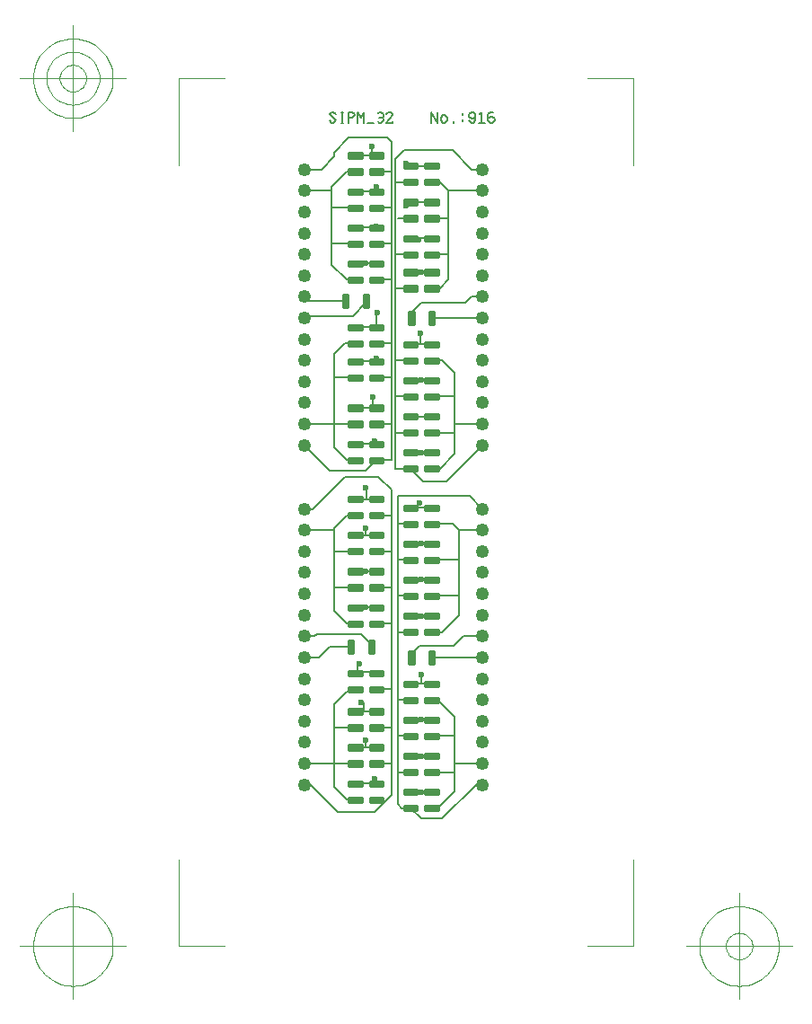
<source format=gbr>
G04 Generated by Ultiboard *
%FSLAX25Y25*%
%MOMM*%

%ADD10C,0.20000*%
%ADD11C,0.10000*%
%ADD12C,0.60000*%
%ADD13R,1.05867X0.27534*%
%ADD14C,0.42316*%
%ADD15C,1.25000*%
%ADD16R,0.27534X1.05867*%


%LNCopper Top*%
%LPD*%
%FSLAX25Y25*%
%MOMM*%
G54D10*
X1120000Y6085858D02*
X1120000Y6700000D01*
X700000Y6420000D02*
X560000Y6280000D01*
X780000Y6420000D02*
X700000Y6420000D01*
X1160000Y5640000D02*
X1160000Y6540000D01*
X1120000Y6414142D02*
X1114142Y6420000D01*
X980000Y6420000D02*
X1114142Y6420000D01*
X1120000Y3185000D02*
X1120000Y3420000D01*
X1180000Y3360000D02*
X1180000Y460000D01*
X1120000Y540000D02*
X1120000Y3180000D01*
X580000Y3060000D02*
X700000Y3180000D01*
X700000Y3180000D02*
X780000Y3180000D01*
X980000Y3180000D02*
X1120000Y3180000D01*
X1560000Y420000D02*
X1720000Y580000D01*
X1500000Y1100000D02*
X1720000Y1100000D01*
X1500000Y760000D02*
X1720000Y760000D01*
X1720000Y1280000D02*
X1560000Y1440000D01*
X1500000Y2760000D02*
X1760000Y2760000D01*
X1500000Y2420000D02*
X1760000Y2420000D01*
X1500000Y1840000D02*
X1980000Y1840000D01*
X1600000Y320000D02*
X1920000Y640000D01*
X1760000Y2240000D02*
X1600000Y2080000D01*
X1400000Y320000D02*
X1600000Y320000D01*
X1600000Y2080000D02*
X1500000Y2080000D01*
X1387300Y1947300D02*
X1707300Y1947300D01*
X1700000Y3100000D02*
X1500000Y3100000D01*
X1500000Y1592400D02*
X1300000Y1592400D01*
X1400000Y1680000D02*
X1400000Y1592400D01*
X980000Y992400D02*
X780000Y992400D01*
X980000Y652400D02*
X780000Y652400D01*
X980000Y1332400D02*
X780000Y1332400D01*
X960000Y380000D02*
X620000Y380000D01*
X300000Y840000D02*
X780000Y840000D01*
X780000Y500000D02*
X700000Y500000D01*
X780000Y1180000D02*
X580000Y1180000D01*
X800000Y1352400D02*
X780000Y1332400D01*
X700000Y1520000D02*
X780000Y1520000D01*
X580000Y620000D02*
X580000Y1400000D01*
X620000Y380000D02*
X360000Y640000D01*
X360000Y640000D02*
X300000Y640000D01*
X700000Y500000D02*
X580000Y620000D01*
X580000Y1400000D02*
X700000Y1520000D01*
X1180000Y460000D02*
X1220000Y420000D01*
X1220000Y420000D02*
X1300000Y420000D01*
X1300000Y760000D02*
X1180000Y760000D01*
X1120000Y540000D02*
X960000Y380000D01*
X1300000Y420000D02*
X1400000Y320000D01*
X1500000Y420000D02*
X1560000Y420000D01*
X1300000Y572400D02*
X1387600Y572400D01*
X1500000Y572400D02*
X1400000Y572400D01*
X1387600Y572400D02*
X1393800Y566200D01*
X1300000Y1440000D02*
X1180000Y1440000D01*
X1300000Y1100000D02*
X1180000Y1100000D01*
X980000Y1180000D02*
X1120000Y1180000D01*
X880000Y1060000D02*
X880000Y992400D01*
X980000Y840000D02*
X1120000Y840000D01*
X860000Y1332400D02*
X860000Y1420000D01*
X1000000Y1540000D02*
X1120000Y1540000D01*
X1300000Y912400D02*
X1500000Y912400D01*
X1300000Y1252400D02*
X1392400Y1252400D01*
X1560000Y1440000D02*
X1500000Y1440000D01*
X1500000Y1252400D02*
X1400000Y1252400D01*
X1392400Y1252400D02*
X1396200Y1256200D01*
X787600Y1700000D02*
X972400Y1700000D01*
X787600Y1700000D02*
X780000Y1692400D01*
X800000Y1760000D02*
X800000Y1720000D01*
X800000Y1720000D02*
X820000Y1700000D01*
X800000Y1760000D02*
X820000Y1780000D01*
X980000Y2992400D02*
X780000Y2992400D01*
X780000Y2312400D02*
X980000Y2312400D01*
X880000Y2652400D02*
X780000Y2652400D01*
X700000Y2160000D02*
X780000Y2160000D01*
X780000Y2500000D02*
X580000Y2500000D01*
X780000Y2840000D02*
X580000Y2840000D01*
X840000Y2060000D02*
X420000Y2060000D01*
X580000Y2280000D02*
X580000Y3060000D01*
X300000Y1840000D02*
X440000Y1840000D01*
X420000Y2060000D02*
X400000Y2040000D01*
X400000Y2040000D02*
X300000Y2040000D01*
X440000Y1840000D02*
X540000Y1940000D01*
X540000Y1940000D02*
X740000Y1940000D01*
X580000Y2280000D02*
X700000Y2160000D01*
X300000Y3040000D02*
X580000Y3040000D01*
X1300000Y2420000D02*
X1180000Y2420000D01*
X1300000Y2080000D02*
X1180000Y2080000D01*
X930500Y1969500D02*
X840000Y2060000D01*
X972400Y1700000D02*
X980000Y1692400D01*
X930500Y1940000D02*
X930500Y1969500D01*
X1120000Y2160000D02*
X980000Y2160000D01*
X1309500Y1840000D02*
X1309500Y1869500D01*
X1309500Y1869500D02*
X1387300Y1947300D01*
X1300000Y2232400D02*
X1500000Y2232400D01*
X1300000Y2760000D02*
X1180000Y2760000D01*
X1300000Y3100000D02*
X1180000Y3100000D01*
X980000Y2652400D02*
X887600Y2652400D01*
X887600Y2652400D02*
X883800Y2656200D01*
X980000Y2500000D02*
X1120000Y2500000D01*
X880000Y3060000D02*
X880000Y2992400D01*
X980000Y2840000D02*
X1120000Y2840000D01*
X1300000Y2572400D02*
X1500000Y2572400D01*
X1300000Y2912400D02*
X1500000Y2912400D01*
X1720000Y580000D02*
X1720000Y1280000D01*
X1920000Y640000D02*
X1980000Y640000D01*
X1980000Y840000D02*
X1720000Y840000D01*
X1760000Y2240000D02*
X1760000Y3040000D01*
X1800000Y2040000D02*
X1980000Y2040000D01*
X1707300Y1947300D02*
X1800000Y2040000D01*
X1980000Y3040000D02*
X1760000Y3040000D01*
X1760000Y3040000D02*
X1700000Y3100000D01*
X1860000Y3360000D02*
X1180000Y3360000D01*
X1500000Y5040000D02*
X1980000Y5040000D01*
X1500000Y4300000D02*
X1720000Y4300000D01*
X1500000Y3960000D02*
X1720000Y3960000D01*
X1580000Y3620000D02*
X1720000Y3760000D01*
X1600000Y4640000D02*
X1720000Y4520000D01*
X1640000Y3500000D02*
X1420000Y3500000D01*
X1500000Y3620000D02*
X1580000Y3620000D01*
X1600000Y4640000D02*
X1500000Y4640000D01*
X1580000Y5320000D02*
X1660000Y5400000D01*
X1580000Y5320000D02*
X1500000Y5320000D01*
X1520000Y5640000D02*
X1654142Y5640000D01*
X1660000Y6240000D02*
X1580000Y6320000D01*
X1500000Y5980000D02*
X1654142Y5980000D01*
X1500000Y6320000D02*
X1580000Y6320000D01*
X1400000Y5180000D02*
X1820000Y5180000D01*
X1160000Y3620000D02*
X1160000Y5320000D01*
X1120000Y3700000D02*
X1120000Y5400000D01*
X680000Y4800000D02*
X580000Y4700000D01*
X780000Y4800000D02*
X680000Y4800000D01*
X1300000Y4792400D02*
X1500000Y4792400D01*
X1120000Y4800000D02*
X980000Y4800000D01*
X1395000Y4895000D02*
X1395000Y4797400D01*
X1395000Y4797400D02*
X1400000Y4792400D01*
X780000Y3332400D02*
X980000Y3332400D01*
X780000Y3852400D02*
X980000Y3852400D01*
X780000Y4192400D02*
X980000Y4192400D01*
X780000Y4632400D02*
X980000Y4632400D01*
X1000000Y3540000D02*
X680000Y3540000D01*
X880000Y3600000D02*
X540000Y3600000D01*
X780000Y4040000D02*
X300000Y4040000D01*
X780000Y3700000D02*
X700000Y3700000D01*
X580000Y4480000D02*
X780000Y4480000D01*
X580000Y3820000D02*
X580000Y4700000D01*
X680000Y3540000D02*
X380000Y3240000D01*
X380000Y3240000D02*
X300000Y3240000D01*
X540000Y3600000D02*
X300000Y3840000D01*
X700000Y3700000D02*
X580000Y3820000D01*
X1160000Y3620000D02*
X1300000Y3620000D01*
X1300000Y3960000D02*
X1160000Y3960000D01*
X980000Y3700000D02*
X880000Y3600000D01*
X885000Y3337400D02*
X885000Y3425000D01*
X1120000Y3420000D02*
X1000000Y3540000D01*
X885000Y3337400D02*
X880000Y3332400D01*
X1120000Y3700000D02*
X980000Y3700000D01*
X1420000Y3500000D02*
X1300000Y3620000D01*
X1385000Y3295000D02*
X1342400Y3252400D01*
X1342400Y3252400D02*
X1500000Y3252400D01*
X1300000Y3772400D02*
X1500000Y3772400D01*
X1300000Y4640000D02*
X1160000Y4640000D01*
X1300000Y4300000D02*
X1160000Y4300000D01*
X945000Y4295000D02*
X945000Y4227400D01*
X945000Y4227400D02*
X980000Y4192400D01*
X980000Y4040000D02*
X1120000Y4040000D01*
X980000Y4480000D02*
X1120000Y4480000D01*
X1300000Y4112400D02*
X1500000Y4112400D01*
X1300000Y4452400D02*
X1392400Y4452400D01*
X1400000Y4452400D02*
X1500000Y4452400D01*
X1392400Y4452400D02*
X1396200Y4456200D01*
X880000Y5180000D02*
X760000Y5060000D01*
X780000Y4952400D02*
X980000Y4952400D01*
X980000Y6232400D02*
X780000Y6232400D01*
X980000Y5892400D02*
X780000Y5892400D01*
X780000Y5552400D02*
X980000Y5552400D01*
X780000Y5740000D02*
X560000Y5740000D01*
X700000Y5400000D02*
X780000Y5400000D01*
X780000Y6080000D02*
X560000Y6080000D01*
X560000Y6280000D02*
X560000Y5540000D01*
X760000Y5060000D02*
X320000Y5060000D01*
X689500Y5200000D02*
X340000Y5200000D01*
X340000Y5200000D02*
X300000Y5240000D01*
X320000Y5060000D02*
X300000Y5040000D01*
X700000Y5400000D02*
X560000Y5540000D01*
X300000Y6240000D02*
X560000Y6240000D01*
X1120000Y5734142D02*
X1120000Y5405858D01*
X1160000Y5325858D02*
X1160000Y5634142D01*
X1165858Y5320000D02*
X1300000Y5320000D01*
X980000Y4952400D02*
X980000Y5090000D01*
X980000Y5090000D02*
X985000Y5095000D01*
X1120000Y5405858D02*
X1114142Y5400000D01*
X1114142Y5400000D02*
X980000Y5400000D01*
X1160000Y5325858D02*
X1165858Y5320000D01*
X1309500Y5089500D02*
X1400000Y5180000D01*
X1309500Y5040000D02*
X1309500Y5089500D01*
X1300000Y5472400D02*
X1500000Y5472400D01*
X1300000Y5640000D02*
X1165858Y5640000D01*
X1300000Y5980000D02*
X1180000Y5980000D01*
X1165858Y6320000D02*
X1300000Y6320000D01*
X1120000Y6080000D02*
X1120000Y5740000D01*
X1120000Y5734142D02*
X1114142Y5740000D01*
X980000Y5740000D02*
X1114142Y5740000D01*
X1160000Y5634142D02*
X1165858Y5640000D01*
X1120000Y6085858D02*
X1114142Y6080000D01*
X980000Y6080000D02*
X1114142Y6080000D01*
X1160000Y6314142D02*
X1165858Y6320000D01*
X1480000Y5792400D02*
X1500000Y5812400D01*
X1480000Y5792400D02*
X1300000Y5792400D01*
X1520000Y5640000D02*
X1500000Y5660000D01*
X1500000Y6132400D02*
X1300000Y6132400D01*
X1720000Y3760000D02*
X1720000Y4520000D01*
X1980000Y3240000D02*
X1860000Y3360000D01*
X1980000Y3840000D02*
X1640000Y3500000D01*
X1980000Y4040000D02*
X1720000Y4040000D01*
X1660000Y5640000D02*
X1660000Y5400000D01*
X1880000Y5240000D02*
X1980000Y5240000D01*
X1820000Y5180000D02*
X1880000Y5240000D01*
X1980000Y6240000D02*
X1660000Y6240000D01*
X1660000Y5980000D02*
X1660000Y5645858D01*
X1660000Y6240000D02*
X1660000Y5985858D01*
X1660000Y5985858D02*
X1654142Y5980000D01*
X1660000Y5645858D02*
X1654142Y5640000D01*
X1240000Y6620000D02*
X1700000Y6620000D01*
X1496356Y6880000D02*
X1496356Y6980000D01*
X1496356Y6980000D02*
X1556089Y6880000D01*
X1556089Y6880000D02*
X1556089Y6980000D01*
X1585956Y6900000D02*
X1605867Y6880000D01*
X1605867Y6880000D02*
X1625778Y6880000D01*
X1625778Y6880000D02*
X1645689Y6900000D01*
X1645689Y6900000D02*
X1645689Y6930000D01*
X1645689Y6930000D02*
X1625778Y6950000D01*
X1625778Y6950000D02*
X1605867Y6950000D01*
X1605867Y6950000D02*
X1585956Y6930000D01*
X1585956Y6930000D02*
X1585956Y6900000D01*
X1705422Y6880000D02*
X1705422Y6890000D01*
X1795022Y6970000D02*
X1795022Y6950000D01*
X1795022Y6890000D02*
X1795022Y6910000D01*
X1854756Y6900000D02*
X1874667Y6880000D01*
X1874667Y6880000D02*
X1894578Y6880000D01*
X1894578Y6880000D02*
X1914489Y6900000D01*
X1914489Y6900000D02*
X1914489Y6940000D01*
X1914489Y6940000D02*
X1914489Y6960000D01*
X1914489Y6960000D02*
X1894578Y6980000D01*
X1894578Y6980000D02*
X1874667Y6980000D01*
X1874667Y6980000D02*
X1854756Y6960000D01*
X1854756Y6960000D02*
X1854756Y6940000D01*
X1854756Y6940000D02*
X1874667Y6920000D01*
X1874667Y6920000D02*
X1894578Y6920000D01*
X1894578Y6920000D02*
X1914489Y6940000D01*
X1954311Y6960000D02*
X1974222Y6980000D01*
X1974222Y6980000D02*
X1974222Y6880000D01*
X1944356Y6880000D02*
X2004089Y6880000D01*
X2083733Y6980000D02*
X2053867Y6980000D01*
X2053867Y6980000D02*
X2033956Y6960000D01*
X2033956Y6960000D02*
X2033956Y6920000D01*
X2033956Y6920000D02*
X2033956Y6900000D01*
X2033956Y6900000D02*
X2053867Y6880000D01*
X2053867Y6880000D02*
X2073778Y6880000D01*
X2073778Y6880000D02*
X2093689Y6900000D01*
X2093689Y6900000D02*
X2093689Y6920000D01*
X2093689Y6920000D02*
X2073778Y6940000D01*
X2073778Y6940000D02*
X2053867Y6940000D01*
X2053867Y6940000D02*
X2033956Y6920000D01*
X980000Y6572400D02*
X780000Y6572400D01*
X1080000Y6740000D02*
X720000Y6740000D01*
X536356Y6900000D02*
X556267Y6880000D01*
X556267Y6880000D02*
X576178Y6880000D01*
X576178Y6880000D02*
X596089Y6900000D01*
X596089Y6900000D02*
X536356Y6960000D01*
X536356Y6960000D02*
X556267Y6980000D01*
X556267Y6980000D02*
X576178Y6980000D01*
X576178Y6980000D02*
X596089Y6960000D01*
X645867Y6880000D02*
X665778Y6880000D01*
X645867Y6980000D02*
X665778Y6980000D01*
X655822Y6880000D02*
X655822Y6980000D01*
X715556Y6880000D02*
X715556Y6980000D01*
X715556Y6980000D02*
X755378Y6980000D01*
X755378Y6980000D02*
X775289Y6960000D01*
X775289Y6960000D02*
X775289Y6950000D01*
X775289Y6950000D02*
X755378Y6930000D01*
X755378Y6930000D02*
X715556Y6930000D01*
X805156Y6880000D02*
X805156Y6980000D01*
X805156Y6980000D02*
X835022Y6930000D01*
X835022Y6930000D02*
X864889Y6980000D01*
X864889Y6980000D02*
X864889Y6880000D01*
X894756Y6880000D02*
X954489Y6880000D01*
X994311Y6970000D02*
X1004267Y6980000D01*
X1004267Y6980000D02*
X1024178Y6980000D01*
X1024178Y6980000D02*
X1044089Y6960000D01*
X1044089Y6960000D02*
X1044089Y6940000D01*
X1044089Y6940000D02*
X1034133Y6930000D01*
X1034133Y6930000D02*
X1044089Y6920000D01*
X1044089Y6920000D02*
X1044089Y6900000D01*
X1044089Y6900000D02*
X1024178Y6880000D01*
X1024178Y6880000D02*
X1004267Y6880000D01*
X1004267Y6880000D02*
X994311Y6890000D01*
X1004267Y6930000D02*
X1034133Y6930000D01*
X1073956Y6960000D02*
X1093867Y6980000D01*
X1093867Y6980000D02*
X1113778Y6980000D01*
X1113778Y6980000D02*
X1133689Y6960000D01*
X1133689Y6960000D02*
X1133689Y6950000D01*
X1133689Y6950000D02*
X1073956Y6880000D01*
X1073956Y6880000D02*
X1133689Y6880000D01*
X1133689Y6880000D02*
X1133689Y6890000D01*
X460000Y6440000D02*
X300000Y6440000D01*
X720000Y6740000D02*
X580000Y6600000D01*
X580000Y6560000D02*
X460000Y6440000D01*
X580000Y6600000D02*
X580000Y6560000D01*
X1160000Y6540000D02*
X1240000Y6620000D01*
X940000Y6592400D02*
X940000Y6660000D01*
X940000Y6592400D02*
X960000Y6572400D01*
X1120000Y6700000D02*
X1080000Y6740000D01*
X1500000Y6472400D02*
X1300000Y6472400D01*
X1880000Y6440000D02*
X1980000Y6440000D01*
X1700000Y6620000D02*
X1880000Y6440000D01*
G54D11*
X-880000Y-880000D02*
X-880000Y-62000D01*
X-880000Y-880000D02*
X-452000Y-880000D01*
X3400000Y-880000D02*
X2972000Y-880000D01*
X3400000Y-880000D02*
X3400000Y-62000D01*
X3400000Y7300000D02*
X3400000Y6482000D01*
X3400000Y7300000D02*
X2972000Y7300000D01*
X-880000Y7300000D02*
X-452000Y7300000D01*
X-880000Y7300000D02*
X-880000Y6482000D01*
X-1380000Y-880000D02*
X-2380000Y-880000D01*
X-1880000Y-1380000D02*
X-1880000Y-380000D01*
X-1505000Y-880000D02*
X-1506806Y-843244D01*
X-1506806Y-843244D02*
X-1512206Y-806841D01*
X-1512206Y-806841D02*
X-1521147Y-771143D01*
X-1521147Y-771143D02*
X-1533545Y-736494D01*
X-1533545Y-736494D02*
X-1549280Y-703226D01*
X-1549280Y-703226D02*
X-1568199Y-671661D01*
X-1568199Y-671661D02*
X-1590121Y-642103D01*
X-1590121Y-642103D02*
X-1614835Y-614835D01*
X-1614835Y-614835D02*
X-1642103Y-590121D01*
X-1642103Y-590121D02*
X-1671661Y-568199D01*
X-1671661Y-568199D02*
X-1703226Y-549280D01*
X-1703226Y-549280D02*
X-1736494Y-533545D01*
X-1736494Y-533545D02*
X-1771143Y-521147D01*
X-1771143Y-521147D02*
X-1806841Y-512206D01*
X-1806841Y-512206D02*
X-1843244Y-506806D01*
X-1843244Y-506806D02*
X-1880000Y-505000D01*
X-1880000Y-505000D02*
X-1916756Y-506806D01*
X-1916756Y-506806D02*
X-1953159Y-512206D01*
X-1953159Y-512206D02*
X-1988857Y-521147D01*
X-1988857Y-521147D02*
X-2023506Y-533545D01*
X-2023506Y-533545D02*
X-2056774Y-549280D01*
X-2056774Y-549280D02*
X-2088339Y-568199D01*
X-2088339Y-568199D02*
X-2117897Y-590121D01*
X-2117897Y-590121D02*
X-2145165Y-614835D01*
X-2145165Y-614835D02*
X-2169879Y-642103D01*
X-2169879Y-642103D02*
X-2191801Y-671661D01*
X-2191801Y-671661D02*
X-2210720Y-703226D01*
X-2210720Y-703226D02*
X-2226455Y-736494D01*
X-2226455Y-736494D02*
X-2238853Y-771143D01*
X-2238853Y-771143D02*
X-2247794Y-806841D01*
X-2247794Y-806841D02*
X-2253194Y-843244D01*
X-2253194Y-843244D02*
X-2255000Y-880000D01*
X-2255000Y-880000D02*
X-2253194Y-916756D01*
X-2253194Y-916756D02*
X-2247794Y-953159D01*
X-2247794Y-953159D02*
X-2238853Y-988857D01*
X-2238853Y-988857D02*
X-2226455Y-1023506D01*
X-2226455Y-1023506D02*
X-2210720Y-1056774D01*
X-2210720Y-1056774D02*
X-2191801Y-1088339D01*
X-2191801Y-1088339D02*
X-2169879Y-1117897D01*
X-2169879Y-1117897D02*
X-2145165Y-1145165D01*
X-2145165Y-1145165D02*
X-2117897Y-1169879D01*
X-2117897Y-1169879D02*
X-2088339Y-1191801D01*
X-2088339Y-1191801D02*
X-2056774Y-1210720D01*
X-2056774Y-1210720D02*
X-2023506Y-1226455D01*
X-2023506Y-1226455D02*
X-1988857Y-1238853D01*
X-1988857Y-1238853D02*
X-1953159Y-1247794D01*
X-1953159Y-1247794D02*
X-1916756Y-1253194D01*
X-1916756Y-1253194D02*
X-1880000Y-1255000D01*
X-1880000Y-1255000D02*
X-1843244Y-1253194D01*
X-1843244Y-1253194D02*
X-1806841Y-1247794D01*
X-1806841Y-1247794D02*
X-1771143Y-1238853D01*
X-1771143Y-1238853D02*
X-1736494Y-1226455D01*
X-1736494Y-1226455D02*
X-1703226Y-1210720D01*
X-1703226Y-1210720D02*
X-1671661Y-1191801D01*
X-1671661Y-1191801D02*
X-1642103Y-1169879D01*
X-1642103Y-1169879D02*
X-1614835Y-1145165D01*
X-1614835Y-1145165D02*
X-1590121Y-1117897D01*
X-1590121Y-1117897D02*
X-1568199Y-1088339D01*
X-1568199Y-1088339D02*
X-1549280Y-1056774D01*
X-1549280Y-1056774D02*
X-1533545Y-1023506D01*
X-1533545Y-1023506D02*
X-1521147Y-988857D01*
X-1521147Y-988857D02*
X-1512206Y-953159D01*
X-1512206Y-953159D02*
X-1506806Y-916756D01*
X-1506806Y-916756D02*
X-1505000Y-880000D01*
X3900000Y-880000D02*
X4900000Y-880000D01*
X4400000Y-1380000D02*
X4400000Y-380000D01*
X4775000Y-880000D02*
X4773194Y-843244D01*
X4773194Y-843244D02*
X4767795Y-806841D01*
X4767795Y-806841D02*
X4758853Y-771143D01*
X4758853Y-771143D02*
X4746455Y-736494D01*
X4746455Y-736494D02*
X4730721Y-703226D01*
X4730721Y-703226D02*
X4711801Y-671661D01*
X4711801Y-671661D02*
X4689879Y-642103D01*
X4689879Y-642103D02*
X4665165Y-614835D01*
X4665165Y-614835D02*
X4637898Y-590121D01*
X4637898Y-590121D02*
X4608339Y-568199D01*
X4608339Y-568199D02*
X4576774Y-549280D01*
X4576774Y-549280D02*
X4543506Y-533545D01*
X4543506Y-533545D02*
X4508857Y-521147D01*
X4508857Y-521147D02*
X4473159Y-512206D01*
X4473159Y-512206D02*
X4436757Y-506806D01*
X4436757Y-506806D02*
X4400000Y-505000D01*
X4400000Y-505000D02*
X4363244Y-506806D01*
X4363244Y-506806D02*
X4326841Y-512206D01*
X4326841Y-512206D02*
X4291143Y-521147D01*
X4291143Y-521147D02*
X4256494Y-533545D01*
X4256494Y-533545D02*
X4223226Y-549280D01*
X4223226Y-549280D02*
X4191661Y-568199D01*
X4191661Y-568199D02*
X4162103Y-590121D01*
X4162103Y-590121D02*
X4134835Y-614835D01*
X4134835Y-614835D02*
X4110121Y-642103D01*
X4110121Y-642103D02*
X4088199Y-671661D01*
X4088199Y-671661D02*
X4069280Y-703226D01*
X4069280Y-703226D02*
X4053545Y-736494D01*
X4053545Y-736494D02*
X4041148Y-771143D01*
X4041148Y-771143D02*
X4032206Y-806841D01*
X4032206Y-806841D02*
X4026806Y-843244D01*
X4026806Y-843244D02*
X4025000Y-880000D01*
X4025000Y-880000D02*
X4026806Y-916756D01*
X4026806Y-916756D02*
X4032206Y-953159D01*
X4032206Y-953159D02*
X4041148Y-988857D01*
X4041148Y-988857D02*
X4053545Y-1023506D01*
X4053545Y-1023506D02*
X4069280Y-1056774D01*
X4069280Y-1056774D02*
X4088199Y-1088339D01*
X4088199Y-1088339D02*
X4110121Y-1117897D01*
X4110121Y-1117897D02*
X4134835Y-1145165D01*
X4134835Y-1145165D02*
X4162103Y-1169879D01*
X4162103Y-1169879D02*
X4191661Y-1191801D01*
X4191661Y-1191801D02*
X4223226Y-1210720D01*
X4223226Y-1210720D02*
X4256494Y-1226455D01*
X4256494Y-1226455D02*
X4291143Y-1238853D01*
X4291143Y-1238853D02*
X4326841Y-1247794D01*
X4326841Y-1247794D02*
X4363244Y-1253194D01*
X4363244Y-1253194D02*
X4400000Y-1255000D01*
X4400000Y-1255000D02*
X4436757Y-1253194D01*
X4436757Y-1253194D02*
X4473159Y-1247794D01*
X4473159Y-1247794D02*
X4508857Y-1238853D01*
X4508857Y-1238853D02*
X4543506Y-1226455D01*
X4543506Y-1226455D02*
X4576774Y-1210720D01*
X4576774Y-1210720D02*
X4608339Y-1191801D01*
X4608339Y-1191801D02*
X4637898Y-1169879D01*
X4637898Y-1169879D02*
X4665165Y-1145165D01*
X4665165Y-1145165D02*
X4689879Y-1117897D01*
X4689879Y-1117897D02*
X4711801Y-1088339D01*
X4711801Y-1088339D02*
X4730721Y-1056774D01*
X4730721Y-1056774D02*
X4746455Y-1023506D01*
X4746455Y-1023506D02*
X4758853Y-988857D01*
X4758853Y-988857D02*
X4767795Y-953159D01*
X4767795Y-953159D02*
X4773194Y-916756D01*
X4773194Y-916756D02*
X4775000Y-880000D01*
X4525000Y-880000D02*
X4524398Y-867748D01*
X4524398Y-867748D02*
X4522598Y-855614D01*
X4522598Y-855614D02*
X4519618Y-843715D01*
X4519618Y-843715D02*
X4515485Y-832165D01*
X4515485Y-832165D02*
X4510240Y-821076D01*
X4510240Y-821076D02*
X4503934Y-810554D01*
X4503934Y-810554D02*
X4496626Y-800701D01*
X4496626Y-800701D02*
X4488388Y-791612D01*
X4488388Y-791612D02*
X4479299Y-783374D01*
X4479299Y-783374D02*
X4469446Y-776066D01*
X4469446Y-776066D02*
X4458925Y-769760D01*
X4458925Y-769760D02*
X4447836Y-764515D01*
X4447836Y-764515D02*
X4436286Y-760383D01*
X4436286Y-760383D02*
X4424386Y-757402D01*
X4424386Y-757402D02*
X4412252Y-755602D01*
X4412252Y-755602D02*
X4400000Y-755000D01*
X4400000Y-755000D02*
X4387748Y-755602D01*
X4387748Y-755602D02*
X4375614Y-757402D01*
X4375614Y-757402D02*
X4363715Y-760383D01*
X4363715Y-760383D02*
X4352165Y-764515D01*
X4352165Y-764515D02*
X4341076Y-769760D01*
X4341076Y-769760D02*
X4330554Y-776066D01*
X4330554Y-776066D02*
X4320701Y-783374D01*
X4320701Y-783374D02*
X4311612Y-791612D01*
X4311612Y-791612D02*
X4303374Y-800701D01*
X4303374Y-800701D02*
X4296066Y-810554D01*
X4296066Y-810554D02*
X4289760Y-821076D01*
X4289760Y-821076D02*
X4284515Y-832165D01*
X4284515Y-832165D02*
X4280383Y-843715D01*
X4280383Y-843715D02*
X4277402Y-855614D01*
X4277402Y-855614D02*
X4275602Y-867748D01*
X4275602Y-867748D02*
X4275000Y-880000D01*
X4275000Y-880000D02*
X4275602Y-892252D01*
X4275602Y-892252D02*
X4277402Y-904386D01*
X4277402Y-904386D02*
X4280383Y-916286D01*
X4280383Y-916286D02*
X4284515Y-927835D01*
X4284515Y-927835D02*
X4289760Y-938925D01*
X4289760Y-938925D02*
X4296066Y-949446D01*
X4296066Y-949446D02*
X4303374Y-959299D01*
X4303374Y-959299D02*
X4311612Y-968388D01*
X4311612Y-968388D02*
X4320701Y-976626D01*
X4320701Y-976626D02*
X4330554Y-983934D01*
X4330554Y-983934D02*
X4341076Y-990240D01*
X4341076Y-990240D02*
X4352165Y-995485D01*
X4352165Y-995485D02*
X4363715Y-999618D01*
X4363715Y-999618D02*
X4375614Y-1002598D01*
X4375614Y-1002598D02*
X4387748Y-1004398D01*
X4387748Y-1004398D02*
X4400000Y-1005000D01*
X4400000Y-1005000D02*
X4412252Y-1004398D01*
X4412252Y-1004398D02*
X4424386Y-1002598D01*
X4424386Y-1002598D02*
X4436286Y-999618D01*
X4436286Y-999618D02*
X4447836Y-995485D01*
X4447836Y-995485D02*
X4458925Y-990240D01*
X4458925Y-990240D02*
X4469446Y-983934D01*
X4469446Y-983934D02*
X4479299Y-976626D01*
X4479299Y-976626D02*
X4488388Y-968388D01*
X4488388Y-968388D02*
X4496626Y-959299D01*
X4496626Y-959299D02*
X4503934Y-949446D01*
X4503934Y-949446D02*
X4510240Y-938925D01*
X4510240Y-938925D02*
X4515485Y-927835D01*
X4515485Y-927835D02*
X4519618Y-916286D01*
X4519618Y-916286D02*
X4522598Y-904386D01*
X4522598Y-904386D02*
X4524398Y-892252D01*
X4524398Y-892252D02*
X4525000Y-880000D01*
X-1380000Y7300000D02*
X-2380000Y7300000D01*
X-1880000Y6800000D02*
X-1880000Y7800000D01*
X-1505000Y7300000D02*
X-1506806Y7336757D01*
X-1506806Y7336757D02*
X-1512206Y7373159D01*
X-1512206Y7373159D02*
X-1521147Y7408857D01*
X-1521147Y7408857D02*
X-1533545Y7443506D01*
X-1533545Y7443506D02*
X-1549280Y7476774D01*
X-1549280Y7476774D02*
X-1568199Y7508339D01*
X-1568199Y7508339D02*
X-1590121Y7537898D01*
X-1590121Y7537898D02*
X-1614835Y7565165D01*
X-1614835Y7565165D02*
X-1642103Y7589879D01*
X-1642103Y7589879D02*
X-1671661Y7611801D01*
X-1671661Y7611801D02*
X-1703226Y7630721D01*
X-1703226Y7630721D02*
X-1736494Y7646455D01*
X-1736494Y7646455D02*
X-1771143Y7658853D01*
X-1771143Y7658853D02*
X-1806841Y7667795D01*
X-1806841Y7667795D02*
X-1843244Y7673194D01*
X-1843244Y7673194D02*
X-1880000Y7675000D01*
X-1880000Y7675000D02*
X-1916756Y7673194D01*
X-1916756Y7673194D02*
X-1953159Y7667795D01*
X-1953159Y7667795D02*
X-1988857Y7658853D01*
X-1988857Y7658853D02*
X-2023506Y7646455D01*
X-2023506Y7646455D02*
X-2056774Y7630721D01*
X-2056774Y7630721D02*
X-2088339Y7611801D01*
X-2088339Y7611801D02*
X-2117897Y7589879D01*
X-2117897Y7589879D02*
X-2145165Y7565165D01*
X-2145165Y7565165D02*
X-2169879Y7537898D01*
X-2169879Y7537898D02*
X-2191801Y7508339D01*
X-2191801Y7508339D02*
X-2210720Y7476774D01*
X-2210720Y7476774D02*
X-2226455Y7443506D01*
X-2226455Y7443506D02*
X-2238853Y7408857D01*
X-2238853Y7408857D02*
X-2247794Y7373159D01*
X-2247794Y7373159D02*
X-2253194Y7336757D01*
X-2253194Y7336757D02*
X-2255000Y7300000D01*
X-2255000Y7300000D02*
X-2253194Y7263244D01*
X-2253194Y7263244D02*
X-2247794Y7226841D01*
X-2247794Y7226841D02*
X-2238853Y7191143D01*
X-2238853Y7191143D02*
X-2226455Y7156494D01*
X-2226455Y7156494D02*
X-2210720Y7123226D01*
X-2210720Y7123226D02*
X-2191801Y7091661D01*
X-2191801Y7091661D02*
X-2169879Y7062103D01*
X-2169879Y7062103D02*
X-2145165Y7034835D01*
X-2145165Y7034835D02*
X-2117897Y7010121D01*
X-2117897Y7010121D02*
X-2088339Y6988199D01*
X-2088339Y6988199D02*
X-2056774Y6969280D01*
X-2056774Y6969280D02*
X-2023506Y6953545D01*
X-2023506Y6953545D02*
X-1988857Y6941148D01*
X-1988857Y6941148D02*
X-1953159Y6932206D01*
X-1953159Y6932206D02*
X-1916756Y6926806D01*
X-1916756Y6926806D02*
X-1880000Y6925000D01*
X-1880000Y6925000D02*
X-1843244Y6926806D01*
X-1843244Y6926806D02*
X-1806841Y6932206D01*
X-1806841Y6932206D02*
X-1771143Y6941148D01*
X-1771143Y6941148D02*
X-1736494Y6953545D01*
X-1736494Y6953545D02*
X-1703226Y6969280D01*
X-1703226Y6969280D02*
X-1671661Y6988199D01*
X-1671661Y6988199D02*
X-1642103Y7010121D01*
X-1642103Y7010121D02*
X-1614835Y7034835D01*
X-1614835Y7034835D02*
X-1590121Y7062103D01*
X-1590121Y7062103D02*
X-1568199Y7091661D01*
X-1568199Y7091661D02*
X-1549280Y7123226D01*
X-1549280Y7123226D02*
X-1533545Y7156494D01*
X-1533545Y7156494D02*
X-1521147Y7191143D01*
X-1521147Y7191143D02*
X-1512206Y7226841D01*
X-1512206Y7226841D02*
X-1506806Y7263244D01*
X-1506806Y7263244D02*
X-1505000Y7300000D01*
X-1630000Y7300000D02*
X-1631204Y7324504D01*
X-1631204Y7324504D02*
X-1634804Y7348773D01*
X-1634804Y7348773D02*
X-1640765Y7372571D01*
X-1640765Y7372571D02*
X-1649030Y7395671D01*
X-1649030Y7395671D02*
X-1659520Y7417849D01*
X-1659520Y7417849D02*
X-1672133Y7438893D01*
X-1672133Y7438893D02*
X-1686747Y7458598D01*
X-1686747Y7458598D02*
X-1703223Y7476777D01*
X-1703223Y7476777D02*
X-1721402Y7493253D01*
X-1721402Y7493253D02*
X-1741108Y7507868D01*
X-1741108Y7507868D02*
X-1762151Y7520480D01*
X-1762151Y7520480D02*
X-1784329Y7530970D01*
X-1784329Y7530970D02*
X-1807429Y7539235D01*
X-1807429Y7539235D02*
X-1831228Y7545196D01*
X-1831228Y7545196D02*
X-1855496Y7548796D01*
X-1855496Y7548796D02*
X-1880000Y7550000D01*
X-1880000Y7550000D02*
X-1904504Y7548796D01*
X-1904504Y7548796D02*
X-1928773Y7545196D01*
X-1928773Y7545196D02*
X-1952571Y7539235D01*
X-1952571Y7539235D02*
X-1975671Y7530970D01*
X-1975671Y7530970D02*
X-1997849Y7520480D01*
X-1997849Y7520480D02*
X-2018893Y7507868D01*
X-2018893Y7507868D02*
X-2038598Y7493253D01*
X-2038598Y7493253D02*
X-2056777Y7476777D01*
X-2056777Y7476777D02*
X-2073253Y7458598D01*
X-2073253Y7458598D02*
X-2087867Y7438893D01*
X-2087867Y7438893D02*
X-2100480Y7417849D01*
X-2100480Y7417849D02*
X-2110970Y7395671D01*
X-2110970Y7395671D02*
X-2119235Y7372571D01*
X-2119235Y7372571D02*
X-2125196Y7348773D01*
X-2125196Y7348773D02*
X-2128796Y7324504D01*
X-2128796Y7324504D02*
X-2130000Y7300000D01*
X-2130000Y7300000D02*
X-2128796Y7275496D01*
X-2128796Y7275496D02*
X-2125196Y7251228D01*
X-2125196Y7251228D02*
X-2119235Y7227429D01*
X-2119235Y7227429D02*
X-2110970Y7204329D01*
X-2110970Y7204329D02*
X-2100480Y7182151D01*
X-2100480Y7182151D02*
X-2087867Y7161108D01*
X-2087867Y7161108D02*
X-2073253Y7141402D01*
X-2073253Y7141402D02*
X-2056777Y7123223D01*
X-2056777Y7123223D02*
X-2038598Y7106748D01*
X-2038598Y7106748D02*
X-2018893Y7092133D01*
X-2018893Y7092133D02*
X-1997849Y7079520D01*
X-1997849Y7079520D02*
X-1975671Y7069030D01*
X-1975671Y7069030D02*
X-1952571Y7060765D01*
X-1952571Y7060765D02*
X-1928773Y7054804D01*
X-1928773Y7054804D02*
X-1904504Y7051204D01*
X-1904504Y7051204D02*
X-1880000Y7050000D01*
X-1880000Y7050000D02*
X-1855496Y7051204D01*
X-1855496Y7051204D02*
X-1831228Y7054804D01*
X-1831228Y7054804D02*
X-1807429Y7060765D01*
X-1807429Y7060765D02*
X-1784329Y7069030D01*
X-1784329Y7069030D02*
X-1762151Y7079520D01*
X-1762151Y7079520D02*
X-1741108Y7092133D01*
X-1741108Y7092133D02*
X-1721402Y7106748D01*
X-1721402Y7106748D02*
X-1703223Y7123223D01*
X-1703223Y7123223D02*
X-1686747Y7141402D01*
X-1686747Y7141402D02*
X-1672133Y7161108D01*
X-1672133Y7161108D02*
X-1659520Y7182151D01*
X-1659520Y7182151D02*
X-1649030Y7204329D01*
X-1649030Y7204329D02*
X-1640765Y7227429D01*
X-1640765Y7227429D02*
X-1634804Y7251228D01*
X-1634804Y7251228D02*
X-1631204Y7275496D01*
X-1631204Y7275496D02*
X-1630000Y7300000D01*
X-1755000Y7300000D02*
X-1755602Y7312252D01*
X-1755602Y7312252D02*
X-1757402Y7324386D01*
X-1757402Y7324386D02*
X-1760383Y7336286D01*
X-1760383Y7336286D02*
X-1764515Y7347836D01*
X-1764515Y7347836D02*
X-1769760Y7358925D01*
X-1769760Y7358925D02*
X-1776066Y7369446D01*
X-1776066Y7369446D02*
X-1783374Y7379299D01*
X-1783374Y7379299D02*
X-1791612Y7388388D01*
X-1791612Y7388388D02*
X-1800701Y7396626D01*
X-1800701Y7396626D02*
X-1810554Y7403934D01*
X-1810554Y7403934D02*
X-1821076Y7410240D01*
X-1821076Y7410240D02*
X-1832165Y7415485D01*
X-1832165Y7415485D02*
X-1843715Y7419618D01*
X-1843715Y7419618D02*
X-1855614Y7422598D01*
X-1855614Y7422598D02*
X-1867748Y7424398D01*
X-1867748Y7424398D02*
X-1880000Y7425000D01*
X-1880000Y7425000D02*
X-1892252Y7424398D01*
X-1892252Y7424398D02*
X-1904386Y7422598D01*
X-1904386Y7422598D02*
X-1916286Y7419618D01*
X-1916286Y7419618D02*
X-1927835Y7415485D01*
X-1927835Y7415485D02*
X-1938925Y7410240D01*
X-1938925Y7410240D02*
X-1949446Y7403934D01*
X-1949446Y7403934D02*
X-1959299Y7396626D01*
X-1959299Y7396626D02*
X-1968388Y7388388D01*
X-1968388Y7388388D02*
X-1976626Y7379299D01*
X-1976626Y7379299D02*
X-1983934Y7369446D01*
X-1983934Y7369446D02*
X-1990240Y7358925D01*
X-1990240Y7358925D02*
X-1995485Y7347836D01*
X-1995485Y7347836D02*
X-1999618Y7336286D01*
X-1999618Y7336286D02*
X-2002598Y7324386D01*
X-2002598Y7324386D02*
X-2004398Y7312252D01*
X-2004398Y7312252D02*
X-2005000Y7300000D01*
X-2005000Y7300000D02*
X-2004398Y7287748D01*
X-2004398Y7287748D02*
X-2002598Y7275614D01*
X-2002598Y7275614D02*
X-1999618Y7263715D01*
X-1999618Y7263715D02*
X-1995485Y7252165D01*
X-1995485Y7252165D02*
X-1990240Y7241076D01*
X-1990240Y7241076D02*
X-1983934Y7230554D01*
X-1983934Y7230554D02*
X-1976626Y7220701D01*
X-1976626Y7220701D02*
X-1968388Y7211612D01*
X-1968388Y7211612D02*
X-1959299Y7203374D01*
X-1959299Y7203374D02*
X-1949446Y7196066D01*
X-1949446Y7196066D02*
X-1938925Y7189760D01*
X-1938925Y7189760D02*
X-1927835Y7184515D01*
X-1927835Y7184515D02*
X-1916286Y7180383D01*
X-1916286Y7180383D02*
X-1904386Y7177402D01*
X-1904386Y7177402D02*
X-1892252Y7175602D01*
X-1892252Y7175602D02*
X-1880000Y7175000D01*
X-1880000Y7175000D02*
X-1867748Y7175602D01*
X-1867748Y7175602D02*
X-1855614Y7177402D01*
X-1855614Y7177402D02*
X-1843715Y7180383D01*
X-1843715Y7180383D02*
X-1832165Y7184515D01*
X-1832165Y7184515D02*
X-1821076Y7189760D01*
X-1821076Y7189760D02*
X-1810554Y7196066D01*
X-1810554Y7196066D02*
X-1800701Y7203374D01*
X-1800701Y7203374D02*
X-1791612Y7211612D01*
X-1791612Y7211612D02*
X-1783374Y7220701D01*
X-1783374Y7220701D02*
X-1776066Y7230554D01*
X-1776066Y7230554D02*
X-1769760Y7241076D01*
X-1769760Y7241076D02*
X-1764515Y7252165D01*
X-1764515Y7252165D02*
X-1760383Y7263715D01*
X-1760383Y7263715D02*
X-1757402Y7275614D01*
X-1757402Y7275614D02*
X-1755602Y7287748D01*
X-1755602Y7287748D02*
X-1755000Y7300000D01*
G54D12*
X840000Y1420000D03*
X960000Y700000D03*
X1400000Y572400D03*
X880000Y1060000D03*
X1400000Y912400D03*
X1400000Y1252400D03*
X820000Y1780000D03*
X880000Y2312400D03*
X1400000Y1680000D03*
X1400000Y2232400D03*
X880000Y2652400D03*
X880000Y3060000D03*
X1400000Y2572400D03*
X1400000Y2912400D03*
X880000Y3440000D03*
X960000Y3880000D03*
X1385000Y3295000D03*
X1400000Y3772400D03*
X945000Y4295000D03*
X980000Y4660000D03*
X1300000Y4112400D03*
X1400000Y4452400D03*
X880000Y5552400D03*
X985000Y5095000D03*
X1395000Y4895000D03*
X1400000Y5472400D03*
X980000Y5900000D03*
X980000Y6280000D03*
X1380000Y5780000D03*
X1260000Y6100000D03*
X940000Y6660000D03*
X1260000Y6500000D03*
G54D13*
X780000Y6420000D03*
X780000Y6572400D03*
X980000Y6420000D03*
X980000Y6572400D03*
X1300000Y6320000D03*
X1300000Y6472400D03*
X1500000Y6320000D03*
X1500000Y6472400D03*
X980000Y3180000D03*
X980000Y3332400D03*
X780000Y3180000D03*
X780000Y3332400D03*
X1300000Y3252400D03*
X1300000Y3100000D03*
X1500000Y3252400D03*
X1500000Y3100000D03*
X980000Y1540000D03*
X980000Y1692400D03*
X780000Y1540000D03*
X780000Y1692400D03*
X1300000Y1592400D03*
X1300000Y1440000D03*
X1500000Y1592400D03*
X1500000Y1440000D03*
X780000Y992400D03*
X780000Y840000D03*
X780000Y652400D03*
X780000Y500000D03*
X780000Y1180000D03*
X780000Y1332400D03*
X980000Y840000D03*
X980000Y992400D03*
X1300000Y760000D03*
X1300000Y912400D03*
X1500000Y760000D03*
X1500000Y912400D03*
X980000Y500000D03*
X980000Y652400D03*
X1300000Y420000D03*
X1300000Y572400D03*
X1500000Y420000D03*
X1500000Y572400D03*
X980000Y1180000D03*
X980000Y1332400D03*
X1500000Y1252400D03*
X1500000Y1100000D03*
X1300000Y1252400D03*
X1300000Y1100000D03*
X780000Y2652400D03*
X780000Y2500000D03*
X780000Y2160000D03*
X780000Y2312400D03*
X780000Y2992400D03*
X780000Y2840000D03*
X1500000Y2420000D03*
X1500000Y2572400D03*
X1300000Y2420000D03*
X1300000Y2572400D03*
X980000Y2160000D03*
X980000Y2312400D03*
X1300000Y2080000D03*
X1300000Y2232400D03*
X1500000Y2232400D03*
X1500000Y2080000D03*
X980000Y2840000D03*
X980000Y2992400D03*
X980000Y2500000D03*
X980000Y2652400D03*
X1300000Y2760000D03*
X1300000Y2912400D03*
X1500000Y2760000D03*
X1500000Y2912400D03*
X980000Y4800000D03*
X980000Y4952400D03*
X780000Y4800000D03*
X780000Y4952400D03*
X1300000Y4792400D03*
X1300000Y4640000D03*
X1500000Y4792400D03*
X1500000Y4640000D03*
X780000Y4192400D03*
X780000Y4040000D03*
X780000Y3852400D03*
X780000Y3700000D03*
X780000Y4632400D03*
X780000Y4480000D03*
X980000Y4040000D03*
X980000Y4192400D03*
X1300000Y3960000D03*
X1300000Y4112400D03*
X1500000Y3960000D03*
X1500000Y4112400D03*
X980000Y3700000D03*
X980000Y3852400D03*
X1300000Y3620000D03*
X1300000Y3772400D03*
X1500000Y3620000D03*
X1500000Y3772400D03*
X980000Y4480000D03*
X980000Y4632400D03*
X1500000Y4452400D03*
X1500000Y4300000D03*
X1300000Y4452400D03*
X1300000Y4300000D03*
X780000Y5892400D03*
X780000Y5740000D03*
X780000Y5400000D03*
X780000Y5552400D03*
X780000Y6232400D03*
X780000Y6080000D03*
X980000Y5552400D03*
X980000Y5400000D03*
X1300000Y5640000D03*
X1300000Y5792400D03*
X1500000Y5640000D03*
X1500000Y5792400D03*
X1300000Y5320000D03*
X1300000Y5472400D03*
X1500000Y5472400D03*
X1500000Y5320000D03*
X980000Y6080000D03*
X980000Y6232400D03*
X980000Y5740000D03*
X980000Y5892400D03*
X1300000Y5980000D03*
X1300000Y6132400D03*
X1500000Y5980000D03*
X1500000Y6132400D03*
G54D14*
X727067Y6406233D02*
X832933Y6406233D01*
X832933Y6433767D01*
X727067Y6433767D01*
X727067Y6406233D01*D02*
X727067Y6558633D02*
X832933Y6558633D01*
X832933Y6586167D01*
X727067Y6586167D01*
X727067Y6558633D01*D02*
X927067Y6406233D02*
X1032933Y6406233D01*
X1032933Y6433767D01*
X927067Y6433767D01*
X927067Y6406233D01*D02*
X927067Y6558633D02*
X1032933Y6558633D01*
X1032933Y6586167D01*
X927067Y6586167D01*
X927067Y6558633D01*D02*
X1247067Y6306233D02*
X1352933Y6306233D01*
X1352933Y6333767D01*
X1247067Y6333767D01*
X1247067Y6306233D01*D02*
X1247067Y6458633D02*
X1352933Y6458633D01*
X1352933Y6486167D01*
X1247067Y6486167D01*
X1247067Y6458633D01*D02*
X1447067Y6306233D02*
X1552933Y6306233D01*
X1552933Y6333767D01*
X1447067Y6333767D01*
X1447067Y6306233D01*D02*
X1447067Y6458633D02*
X1552933Y6458633D01*
X1552933Y6486167D01*
X1447067Y6486167D01*
X1447067Y6458633D01*D02*
X927067Y3166233D02*
X1032933Y3166233D01*
X1032933Y3193767D01*
X927067Y3193767D01*
X927067Y3166233D01*D02*
X927067Y3318633D02*
X1032933Y3318633D01*
X1032933Y3346167D01*
X927067Y3346167D01*
X927067Y3318633D01*D02*
X727067Y3166233D02*
X832933Y3166233D01*
X832933Y3193767D01*
X727067Y3193767D01*
X727067Y3166233D01*D02*
X727067Y3318633D02*
X832933Y3318633D01*
X832933Y3346167D01*
X727067Y3346167D01*
X727067Y3318633D01*D02*
X1247067Y3238633D02*
X1352933Y3238633D01*
X1352933Y3266167D01*
X1247067Y3266167D01*
X1247067Y3238633D01*D02*
X1247067Y3086233D02*
X1352933Y3086233D01*
X1352933Y3113767D01*
X1247067Y3113767D01*
X1247067Y3086233D01*D02*
X1447067Y3238633D02*
X1552933Y3238633D01*
X1552933Y3266167D01*
X1447067Y3266167D01*
X1447067Y3238633D01*D02*
X1447067Y3086233D02*
X1552933Y3086233D01*
X1552933Y3113767D01*
X1447067Y3113767D01*
X1447067Y3086233D01*D02*
X927067Y1526233D02*
X1032933Y1526233D01*
X1032933Y1553767D01*
X927067Y1553767D01*
X927067Y1526233D01*D02*
X927067Y1678633D02*
X1032933Y1678633D01*
X1032933Y1706167D01*
X927067Y1706167D01*
X927067Y1678633D01*D02*
X727067Y1526233D02*
X832933Y1526233D01*
X832933Y1553767D01*
X727067Y1553767D01*
X727067Y1526233D01*D02*
X727067Y1678633D02*
X832933Y1678633D01*
X832933Y1706167D01*
X727067Y1706167D01*
X727067Y1678633D01*D02*
X1247067Y1578633D02*
X1352933Y1578633D01*
X1352933Y1606167D01*
X1247067Y1606167D01*
X1247067Y1578633D01*D02*
X1247067Y1426233D02*
X1352933Y1426233D01*
X1352933Y1453767D01*
X1247067Y1453767D01*
X1247067Y1426233D01*D02*
X1447067Y1578633D02*
X1552933Y1578633D01*
X1552933Y1606167D01*
X1447067Y1606167D01*
X1447067Y1578633D01*D02*
X1447067Y1426233D02*
X1552933Y1426233D01*
X1552933Y1453767D01*
X1447067Y1453767D01*
X1447067Y1426233D01*D02*
X727067Y978633D02*
X832933Y978633D01*
X832933Y1006167D01*
X727067Y1006167D01*
X727067Y978633D01*D02*
X727067Y826233D02*
X832933Y826233D01*
X832933Y853767D01*
X727067Y853767D01*
X727067Y826233D01*D02*
X727067Y638633D02*
X832933Y638633D01*
X832933Y666167D01*
X727067Y666167D01*
X727067Y638633D01*D02*
X727067Y486233D02*
X832933Y486233D01*
X832933Y513767D01*
X727067Y513767D01*
X727067Y486233D01*D02*
X727067Y1166233D02*
X832933Y1166233D01*
X832933Y1193767D01*
X727067Y1193767D01*
X727067Y1166233D01*D02*
X727067Y1318633D02*
X832933Y1318633D01*
X832933Y1346167D01*
X727067Y1346167D01*
X727067Y1318633D01*D02*
X927067Y826233D02*
X1032933Y826233D01*
X1032933Y853767D01*
X927067Y853767D01*
X927067Y826233D01*D02*
X927067Y978633D02*
X1032933Y978633D01*
X1032933Y1006167D01*
X927067Y1006167D01*
X927067Y978633D01*D02*
X1247067Y746233D02*
X1352933Y746233D01*
X1352933Y773767D01*
X1247067Y773767D01*
X1247067Y746233D01*D02*
X1247067Y898633D02*
X1352933Y898633D01*
X1352933Y926167D01*
X1247067Y926167D01*
X1247067Y898633D01*D02*
X1447067Y746233D02*
X1552933Y746233D01*
X1552933Y773767D01*
X1447067Y773767D01*
X1447067Y746233D01*D02*
X1447067Y898633D02*
X1552933Y898633D01*
X1552933Y926167D01*
X1447067Y926167D01*
X1447067Y898633D01*D02*
X927067Y486233D02*
X1032933Y486233D01*
X1032933Y513767D01*
X927067Y513767D01*
X927067Y486233D01*D02*
X927067Y638633D02*
X1032933Y638633D01*
X1032933Y666167D01*
X927067Y666167D01*
X927067Y638633D01*D02*
X1247067Y406233D02*
X1352933Y406233D01*
X1352933Y433767D01*
X1247067Y433767D01*
X1247067Y406233D01*D02*
X1247067Y558633D02*
X1352933Y558633D01*
X1352933Y586167D01*
X1247067Y586167D01*
X1247067Y558633D01*D02*
X1447067Y406233D02*
X1552933Y406233D01*
X1552933Y433767D01*
X1447067Y433767D01*
X1447067Y406233D01*D02*
X1447067Y558633D02*
X1552933Y558633D01*
X1552933Y586167D01*
X1447067Y586167D01*
X1447067Y558633D01*D02*
X927067Y1166233D02*
X1032933Y1166233D01*
X1032933Y1193767D01*
X927067Y1193767D01*
X927067Y1166233D01*D02*
X927067Y1318633D02*
X1032933Y1318633D01*
X1032933Y1346167D01*
X927067Y1346167D01*
X927067Y1318633D01*D02*
X1447067Y1238633D02*
X1552933Y1238633D01*
X1552933Y1266167D01*
X1447067Y1266167D01*
X1447067Y1238633D01*D02*
X1447067Y1086233D02*
X1552933Y1086233D01*
X1552933Y1113767D01*
X1447067Y1113767D01*
X1447067Y1086233D01*D02*
X1247067Y1238633D02*
X1352933Y1238633D01*
X1352933Y1266167D01*
X1247067Y1266167D01*
X1247067Y1238633D01*D02*
X1247067Y1086233D02*
X1352933Y1086233D01*
X1352933Y1113767D01*
X1247067Y1113767D01*
X1247067Y1086233D01*D02*
X726233Y1887067D02*
X753767Y1887067D01*
X753767Y1992933D01*
X726233Y1992933D01*
X726233Y1887067D01*D02*
X916733Y1887067D02*
X944267Y1887067D01*
X944267Y1992933D01*
X916733Y1992933D01*
X916733Y1887067D01*D02*
X727067Y2638633D02*
X832933Y2638633D01*
X832933Y2666167D01*
X727067Y2666167D01*
X727067Y2638633D01*D02*
X727067Y2486233D02*
X832933Y2486233D01*
X832933Y2513767D01*
X727067Y2513767D01*
X727067Y2486233D01*D02*
X727067Y2146233D02*
X832933Y2146233D01*
X832933Y2173767D01*
X727067Y2173767D01*
X727067Y2146233D01*D02*
X727067Y2298633D02*
X832933Y2298633D01*
X832933Y2326167D01*
X727067Y2326167D01*
X727067Y2298633D01*D02*
X727067Y2978633D02*
X832933Y2978633D01*
X832933Y3006167D01*
X727067Y3006167D01*
X727067Y2978633D01*D02*
X727067Y2826233D02*
X832933Y2826233D01*
X832933Y2853767D01*
X727067Y2853767D01*
X727067Y2826233D01*D02*
X1447067Y2406233D02*
X1552933Y2406233D01*
X1552933Y2433767D01*
X1447067Y2433767D01*
X1447067Y2406233D01*D02*
X1447067Y2558633D02*
X1552933Y2558633D01*
X1552933Y2586167D01*
X1447067Y2586167D01*
X1447067Y2558633D01*D02*
X1247067Y2406233D02*
X1352933Y2406233D01*
X1352933Y2433767D01*
X1247067Y2433767D01*
X1247067Y2406233D01*D02*
X1247067Y2558633D02*
X1352933Y2558633D01*
X1352933Y2586167D01*
X1247067Y2586167D01*
X1247067Y2558633D01*D02*
X927067Y2146233D02*
X1032933Y2146233D01*
X1032933Y2173767D01*
X927067Y2173767D01*
X927067Y2146233D01*D02*
X927067Y2298633D02*
X1032933Y2298633D01*
X1032933Y2326167D01*
X927067Y2326167D01*
X927067Y2298633D01*D02*
X1486233Y1787067D02*
X1513767Y1787067D01*
X1513767Y1892933D01*
X1486233Y1892933D01*
X1486233Y1787067D01*D02*
X1295733Y1787067D02*
X1323267Y1787067D01*
X1323267Y1892933D01*
X1295733Y1892933D01*
X1295733Y1787067D01*D02*
X1247067Y2066233D02*
X1352933Y2066233D01*
X1352933Y2093767D01*
X1247067Y2093767D01*
X1247067Y2066233D01*D02*
X1247067Y2218633D02*
X1352933Y2218633D01*
X1352933Y2246167D01*
X1247067Y2246167D01*
X1247067Y2218633D01*D02*
X1447067Y2218633D02*
X1552933Y2218633D01*
X1552933Y2246167D01*
X1447067Y2246167D01*
X1447067Y2218633D01*D02*
X1447067Y2066233D02*
X1552933Y2066233D01*
X1552933Y2093767D01*
X1447067Y2093767D01*
X1447067Y2066233D01*D02*
X927067Y2826233D02*
X1032933Y2826233D01*
X1032933Y2853767D01*
X927067Y2853767D01*
X927067Y2826233D01*D02*
X927067Y2978633D02*
X1032933Y2978633D01*
X1032933Y3006167D01*
X927067Y3006167D01*
X927067Y2978633D01*D02*
X927067Y2486233D02*
X1032933Y2486233D01*
X1032933Y2513767D01*
X927067Y2513767D01*
X927067Y2486233D01*D02*
X927067Y2638633D02*
X1032933Y2638633D01*
X1032933Y2666167D01*
X927067Y2666167D01*
X927067Y2638633D01*D02*
X1247067Y2746233D02*
X1352933Y2746233D01*
X1352933Y2773767D01*
X1247067Y2773767D01*
X1247067Y2746233D01*D02*
X1247067Y2898633D02*
X1352933Y2898633D01*
X1352933Y2926167D01*
X1247067Y2926167D01*
X1247067Y2898633D01*D02*
X1447067Y2746233D02*
X1552933Y2746233D01*
X1552933Y2773767D01*
X1447067Y2773767D01*
X1447067Y2746233D01*D02*
X1447067Y2898633D02*
X1552933Y2898633D01*
X1552933Y2926167D01*
X1447067Y2926167D01*
X1447067Y2898633D01*D02*
X927067Y4786233D02*
X1032933Y4786233D01*
X1032933Y4813767D01*
X927067Y4813767D01*
X927067Y4786233D01*D02*
X927067Y4938633D02*
X1032933Y4938633D01*
X1032933Y4966167D01*
X927067Y4966167D01*
X927067Y4938633D01*D02*
X727067Y4786233D02*
X832933Y4786233D01*
X832933Y4813767D01*
X727067Y4813767D01*
X727067Y4786233D01*D02*
X727067Y4938633D02*
X832933Y4938633D01*
X832933Y4966167D01*
X727067Y4966167D01*
X727067Y4938633D01*D02*
X1247067Y4778633D02*
X1352933Y4778633D01*
X1352933Y4806167D01*
X1247067Y4806167D01*
X1247067Y4778633D01*D02*
X1247067Y4626233D02*
X1352933Y4626233D01*
X1352933Y4653767D01*
X1247067Y4653767D01*
X1247067Y4626233D01*D02*
X1447067Y4778633D02*
X1552933Y4778633D01*
X1552933Y4806167D01*
X1447067Y4806167D01*
X1447067Y4778633D01*D02*
X1447067Y4626233D02*
X1552933Y4626233D01*
X1552933Y4653767D01*
X1447067Y4653767D01*
X1447067Y4626233D01*D02*
X727067Y4178633D02*
X832933Y4178633D01*
X832933Y4206167D01*
X727067Y4206167D01*
X727067Y4178633D01*D02*
X727067Y4026233D02*
X832933Y4026233D01*
X832933Y4053767D01*
X727067Y4053767D01*
X727067Y4026233D01*D02*
X727067Y3838633D02*
X832933Y3838633D01*
X832933Y3866167D01*
X727067Y3866167D01*
X727067Y3838633D01*D02*
X727067Y3686233D02*
X832933Y3686233D01*
X832933Y3713767D01*
X727067Y3713767D01*
X727067Y3686233D01*D02*
X727067Y4618633D02*
X832933Y4618633D01*
X832933Y4646167D01*
X727067Y4646167D01*
X727067Y4618633D01*D02*
X727067Y4466233D02*
X832933Y4466233D01*
X832933Y4493767D01*
X727067Y4493767D01*
X727067Y4466233D01*D02*
X927067Y4026233D02*
X1032933Y4026233D01*
X1032933Y4053767D01*
X927067Y4053767D01*
X927067Y4026233D01*D02*
X927067Y4178633D02*
X1032933Y4178633D01*
X1032933Y4206167D01*
X927067Y4206167D01*
X927067Y4178633D01*D02*
X1247067Y3946233D02*
X1352933Y3946233D01*
X1352933Y3973767D01*
X1247067Y3973767D01*
X1247067Y3946233D01*D02*
X1247067Y4098633D02*
X1352933Y4098633D01*
X1352933Y4126167D01*
X1247067Y4126167D01*
X1247067Y4098633D01*D02*
X1447067Y3946233D02*
X1552933Y3946233D01*
X1552933Y3973767D01*
X1447067Y3973767D01*
X1447067Y3946233D01*D02*
X1447067Y4098633D02*
X1552933Y4098633D01*
X1552933Y4126167D01*
X1447067Y4126167D01*
X1447067Y4098633D01*D02*
X927067Y3686233D02*
X1032933Y3686233D01*
X1032933Y3713767D01*
X927067Y3713767D01*
X927067Y3686233D01*D02*
X927067Y3838633D02*
X1032933Y3838633D01*
X1032933Y3866167D01*
X927067Y3866167D01*
X927067Y3838633D01*D02*
X1247067Y3606233D02*
X1352933Y3606233D01*
X1352933Y3633767D01*
X1247067Y3633767D01*
X1247067Y3606233D01*D02*
X1247067Y3758633D02*
X1352933Y3758633D01*
X1352933Y3786167D01*
X1247067Y3786167D01*
X1247067Y3758633D01*D02*
X1447067Y3606233D02*
X1552933Y3606233D01*
X1552933Y3633767D01*
X1447067Y3633767D01*
X1447067Y3606233D01*D02*
X1447067Y3758633D02*
X1552933Y3758633D01*
X1552933Y3786167D01*
X1447067Y3786167D01*
X1447067Y3758633D01*D02*
X927067Y4466233D02*
X1032933Y4466233D01*
X1032933Y4493767D01*
X927067Y4493767D01*
X927067Y4466233D01*D02*
X927067Y4618633D02*
X1032933Y4618633D01*
X1032933Y4646167D01*
X927067Y4646167D01*
X927067Y4618633D01*D02*
X1447067Y4438633D02*
X1552933Y4438633D01*
X1552933Y4466167D01*
X1447067Y4466167D01*
X1447067Y4438633D01*D02*
X1447067Y4286233D02*
X1552933Y4286233D01*
X1552933Y4313767D01*
X1447067Y4313767D01*
X1447067Y4286233D01*D02*
X1247067Y4438633D02*
X1352933Y4438633D01*
X1352933Y4466167D01*
X1247067Y4466167D01*
X1247067Y4438633D01*D02*
X1247067Y4286233D02*
X1352933Y4286233D01*
X1352933Y4313767D01*
X1247067Y4313767D01*
X1247067Y4286233D01*D02*
X675733Y5147067D02*
X703267Y5147067D01*
X703267Y5252933D01*
X675733Y5252933D01*
X675733Y5147067D01*D02*
X866233Y5147067D02*
X893767Y5147067D01*
X893767Y5252933D01*
X866233Y5252933D01*
X866233Y5147067D01*D02*
X727067Y5878633D02*
X832933Y5878633D01*
X832933Y5906167D01*
X727067Y5906167D01*
X727067Y5878633D01*D02*
X727067Y5726233D02*
X832933Y5726233D01*
X832933Y5753767D01*
X727067Y5753767D01*
X727067Y5726233D01*D02*
X727067Y5386233D02*
X832933Y5386233D01*
X832933Y5413767D01*
X727067Y5413767D01*
X727067Y5386233D01*D02*
X727067Y5538633D02*
X832933Y5538633D01*
X832933Y5566167D01*
X727067Y5566167D01*
X727067Y5538633D01*D02*
X727067Y6218633D02*
X832933Y6218633D01*
X832933Y6246167D01*
X727067Y6246167D01*
X727067Y6218633D01*D02*
X727067Y6066233D02*
X832933Y6066233D01*
X832933Y6093767D01*
X727067Y6093767D01*
X727067Y6066233D01*D02*
X927067Y5538633D02*
X1032933Y5538633D01*
X1032933Y5566167D01*
X927067Y5566167D01*
X927067Y5538633D01*D02*
X927067Y5386233D02*
X1032933Y5386233D01*
X1032933Y5413767D01*
X927067Y5413767D01*
X927067Y5386233D01*D02*
X1247067Y5626233D02*
X1352933Y5626233D01*
X1352933Y5653767D01*
X1247067Y5653767D01*
X1247067Y5626233D01*D02*
X1247067Y5778633D02*
X1352933Y5778633D01*
X1352933Y5806167D01*
X1247067Y5806167D01*
X1247067Y5778633D01*D02*
X1447067Y5626233D02*
X1552933Y5626233D01*
X1552933Y5653767D01*
X1447067Y5653767D01*
X1447067Y5626233D01*D02*
X1447067Y5778633D02*
X1552933Y5778633D01*
X1552933Y5806167D01*
X1447067Y5806167D01*
X1447067Y5778633D01*D02*
X1486233Y4987067D02*
X1513767Y4987067D01*
X1513767Y5092933D01*
X1486233Y5092933D01*
X1486233Y4987067D01*D02*
X1295733Y4987067D02*
X1323267Y4987067D01*
X1323267Y5092933D01*
X1295733Y5092933D01*
X1295733Y4987067D01*D02*
X1247067Y5306233D02*
X1352933Y5306233D01*
X1352933Y5333767D01*
X1247067Y5333767D01*
X1247067Y5306233D01*D02*
X1247067Y5458633D02*
X1352933Y5458633D01*
X1352933Y5486167D01*
X1247067Y5486167D01*
X1247067Y5458633D01*D02*
X1447067Y5458633D02*
X1552933Y5458633D01*
X1552933Y5486167D01*
X1447067Y5486167D01*
X1447067Y5458633D01*D02*
X1447067Y5306233D02*
X1552933Y5306233D01*
X1552933Y5333767D01*
X1447067Y5333767D01*
X1447067Y5306233D01*D02*
X927067Y6066233D02*
X1032933Y6066233D01*
X1032933Y6093767D01*
X927067Y6093767D01*
X927067Y6066233D01*D02*
X927067Y6218633D02*
X1032933Y6218633D01*
X1032933Y6246167D01*
X927067Y6246167D01*
X927067Y6218633D01*D02*
X927067Y5726233D02*
X1032933Y5726233D01*
X1032933Y5753767D01*
X927067Y5753767D01*
X927067Y5726233D01*D02*
X927067Y5878633D02*
X1032933Y5878633D01*
X1032933Y5906167D01*
X927067Y5906167D01*
X927067Y5878633D01*D02*
X1247067Y5966233D02*
X1352933Y5966233D01*
X1352933Y5993767D01*
X1247067Y5993767D01*
X1247067Y5966233D01*D02*
X1247067Y6118633D02*
X1352933Y6118633D01*
X1352933Y6146167D01*
X1247067Y6146167D01*
X1247067Y6118633D01*D02*
X1447067Y5966233D02*
X1552933Y5966233D01*
X1552933Y5993767D01*
X1447067Y5993767D01*
X1447067Y5966233D01*D02*
X1447067Y6118633D02*
X1552933Y6118633D01*
X1552933Y6146167D01*
X1447067Y6146167D01*
X1447067Y6118633D01*D02*
G54D15*
X300000Y6440000D03*
X300000Y4840000D03*
X300000Y4040000D03*
X300000Y3840000D03*
X300000Y4440000D03*
X300000Y4240000D03*
X300000Y4640000D03*
X300000Y5640000D03*
X300000Y5240000D03*
X300000Y5040000D03*
X300000Y5440000D03*
X300000Y6040000D03*
X300000Y5840000D03*
X300000Y6240000D03*
X1980000Y6440000D03*
X1980000Y4840000D03*
X1980000Y4040000D03*
X1980000Y3840000D03*
X1980000Y4240000D03*
X1980000Y4640000D03*
X1980000Y4440000D03*
X1980000Y5640000D03*
X1980000Y5040000D03*
X1980000Y5440000D03*
X1980000Y5240000D03*
X1980000Y5840000D03*
X1980000Y6240000D03*
X1980000Y6040000D03*
X300000Y3240000D03*
X300000Y1640000D03*
X300000Y840000D03*
X300000Y640000D03*
X300000Y1240000D03*
X300000Y1040000D03*
X300000Y1440000D03*
X300000Y2440000D03*
X300000Y2040000D03*
X300000Y1840000D03*
X300000Y2240000D03*
X300000Y2840000D03*
X300000Y2640000D03*
X300000Y3040000D03*
X1980000Y3240000D03*
X1980000Y1640000D03*
X1980000Y840000D03*
X1980000Y640000D03*
X1980000Y1040000D03*
X1980000Y1440000D03*
X1980000Y1240000D03*
X1980000Y2440000D03*
X1980000Y1840000D03*
X1980000Y2240000D03*
X1980000Y2040000D03*
X1980000Y2640000D03*
X1980000Y3040000D03*
X1980000Y2840000D03*
G54D16*
X740000Y1940000D03*
X930500Y1940000D03*
X1500000Y1840000D03*
X1309500Y1840000D03*
X689500Y5200000D03*
X880000Y5200000D03*
X1500000Y5040000D03*
X1309500Y5040000D03*

M00*

</source>
